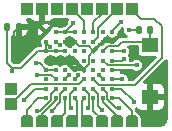
<source format=gbr>
%TF.GenerationSoftware,KiCad,Pcbnew,8.0.1-8.0.1-1~ubuntu22.04.1*%
%TF.CreationDate,2024-03-30T15:25:23+00:00*%
%TF.ProjectId,EMG_DAQ_ADS1298,454d475f-4441-4515-9f41-445331323938,v1.0*%
%TF.SameCoordinates,Original*%
%TF.FileFunction,Copper,L1,Top*%
%TF.FilePolarity,Positive*%
%FSLAX46Y46*%
G04 Gerber Fmt 4.6, Leading zero omitted, Abs format (unit mm)*
G04 Created by KiCad (PCBNEW 8.0.1-8.0.1-1~ubuntu22.04.1) date 2024-03-30 15:25:23*
%MOMM*%
%LPD*%
G01*
G04 APERTURE LIST*
G04 Aperture macros list*
%AMRoundRect*
0 Rectangle with rounded corners*
0 $1 Rounding radius*
0 $2 $3 $4 $5 $6 $7 $8 $9 X,Y pos of 4 corners*
0 Add a 4 corners polygon primitive as box body*
4,1,4,$2,$3,$4,$5,$6,$7,$8,$9,$2,$3,0*
0 Add four circle primitives for the rounded corners*
1,1,$1+$1,$2,$3*
1,1,$1+$1,$4,$5*
1,1,$1+$1,$6,$7*
1,1,$1+$1,$8,$9*
0 Add four rect primitives between the rounded corners*
20,1,$1+$1,$2,$3,$4,$5,0*
20,1,$1+$1,$4,$5,$6,$7,0*
20,1,$1+$1,$6,$7,$8,$9,0*
20,1,$1+$1,$8,$9,$2,$3,0*%
%AMFreePoly0*
4,1,13,0.345671,0.480970,0.426777,0.426777,0.480970,0.345671,0.500000,0.250000,0.500000,-0.500000,-0.500000,-0.500000,-0.500000,0.250000,-0.480970,0.345671,-0.426777,0.426777,-0.345671,0.480970,-0.250000,0.500000,0.250000,0.500000,0.345671,0.480970,0.345671,0.480970,$1*%
G04 Aperture macros list end*
%TA.AperFunction,ComponentPad*%
%ADD10R,1.000000X1.000000*%
%TD*%
%TA.AperFunction,SMDPad,CuDef*%
%ADD11R,1.360000X1.230000*%
%TD*%
%TA.AperFunction,SMDPad,CuDef*%
%ADD12FreePoly0,0.000000*%
%TD*%
%TA.AperFunction,SMDPad,CuDef*%
%ADD13C,0.370000*%
%TD*%
%TA.AperFunction,SMDPad,CuDef*%
%ADD14RoundRect,0.140000X0.140000X0.170000X-0.140000X0.170000X-0.140000X-0.170000X0.140000X-0.170000X0*%
%TD*%
%TA.AperFunction,SMDPad,CuDef*%
%ADD15RoundRect,0.140000X-0.140000X-0.170000X0.140000X-0.170000X0.140000X0.170000X-0.140000X0.170000X0*%
%TD*%
%TA.AperFunction,ViaPad*%
%ADD16C,0.400000*%
%TD*%
%TA.AperFunction,Conductor*%
%ADD17C,0.127000*%
%TD*%
G04 APERTURE END LIST*
D10*
%TO.P,J1,1,Pin_1*%
%TO.N,+3.3V*%
X-4445000Y10000000D03*
%TD*%
D11*
%TO.P,SW1,1,1*%
%TO.N,/RESET*%
X6000000Y6930000D03*
%TO.P,SW1,2,2*%
%TO.N,GND*%
X6000000Y2570000D03*
%TD*%
D10*
%TO.P,J5,1,Pin_1*%
%TO.N,/MOSI*%
X635000Y10000000D03*
%TD*%
D12*
%TO.P,J9,1,Pin_1*%
%TO.N,/in8+*%
X-4445000Y500001D03*
%TD*%
D13*
%TO.P,U2,A1,IN8P*%
%TO.N,/in8+*%
X-2800000Y2450000D03*
%TO.P,U2,A2,IN8N*%
%TO.N,/in8-*%
X-2800000Y3249999D03*
%TO.P,U2,A3,RLDIN*%
%TO.N,unconnected-(U2-RLDIN-PadA3)*%
X-2800000Y4050000D03*
%TO.P,U2,A4,AVDD*%
%TO.N,+3.3V*%
X-2800000Y4850000D03*
%TO.P,U2,A5,AVSS*%
%TO.N,GND*%
X-2800000Y5650000D03*
%TO.P,U2,A6,AVDD*%
%TO.N,+3.3VA*%
X-2800000Y6450000D03*
%TO.P,U2,A7,AVDD1*%
X-2800000Y7250001D03*
%TO.P,U2,A8,AVSS1*%
%TO.N,GND*%
X-2800000Y8050000D03*
%TO.P,U2,B1,IN7P*%
%TO.N,/in7+*%
X-2000001Y2450000D03*
%TO.P,U2,B2,IN7N*%
%TO.N,/in7-*%
X-2000000Y3250000D03*
%TO.P,U2,B3,RLDOUT*%
%TO.N,/BIAS_OUT*%
X-2000000Y4049999D03*
%TO.P,U2,B4,AVDD*%
%TO.N,+3.3V*%
X-2000000Y4850000D03*
%TO.P,U2,B5,AVSS*%
%TO.N,GND*%
X-2000000Y5650000D03*
%TO.P,U2,B6,AVDD*%
%TO.N,+3.3VA*%
X-2000000Y6450001D03*
%TO.P,U2,B7,VCAP3*%
%TO.N,/VCAP3*%
X-2000000Y7250000D03*
%TO.P,U2,B8,CLKSEL*%
%TO.N,+3.3V*%
X-2000001Y8050000D03*
%TO.P,U2,C1,IN6P*%
%TO.N,/in6+*%
X-1200000Y2450000D03*
%TO.P,U2,C2,IN6N*%
%TO.N,/in6-*%
X-1200001Y3250000D03*
%TO.P,U2,C3,RLDINV*%
%TO.N,/BIAS_INV*%
X-1200000Y4050000D03*
%TO.P,U2,C4,RLDREF*%
%TO.N,unconnected-(U2-RLDREF-PadC4)*%
X-1200000Y4850000D03*
%TO.P,U2,C5,AVSS*%
%TO.N,GND*%
X-1200000Y5650000D03*
%TO.P,U2,C6,AVDD*%
%TO.N,+3.3VA*%
X-1200000Y6450000D03*
%TO.P,U2,C7,DGND*%
%TO.N,GND*%
X-1200001Y7250000D03*
%TO.P,U2,C8,DVDD*%
%TO.N,+3.3V*%
X-1200000Y8050000D03*
%TO.P,U2,D1,IN5P*%
%TO.N,/in5+*%
X-400000Y2450000D03*
%TO.P,U2,D2,IN5N*%
%TO.N,/in5-*%
X-400000Y3250000D03*
%TO.P,U2,D3,WCT*%
%TO.N,/WCT*%
X-400000Y4050000D03*
%TO.P,U2,D4,AVSS*%
%TO.N,GND*%
X-400000Y4850000D03*
%TO.P,U2,D5,AVSS*%
X-400000Y5650000D03*
%TO.P,U2,D6,~{DRDY}*%
%TO.N,unconnected-(U2-~{DRDY}-PadD6)*%
X-400000Y6450000D03*
%TO.P,U2,D7,DGND*%
%TO.N,GND*%
X-400000Y7250000D03*
%TO.P,U2,D8,DVDD*%
%TO.N,+3.3V*%
X-400000Y8050000D03*
%TO.P,U2,E1,IN4P*%
%TO.N,/in4+*%
X400000Y2450000D03*
%TO.P,U2,E2,IN4N*%
%TO.N,/in4-*%
X400000Y3250000D03*
%TO.P,U2,E3,TESTP_PACE_OUT1*%
%TO.N,/Refp*%
X400000Y4050000D03*
%TO.P,U2,E4,RESV1*%
%TO.N,GND*%
X400000Y4850000D03*
%TO.P,U2,E5,GPIO4*%
%TO.N,unconnected-(U2-GPIO4-PadE5)*%
X400000Y5650000D03*
%TO.P,U2,E6,GPIO3*%
%TO.N,unconnected-(U2-GPIO3-PadE6)*%
X400000Y6450000D03*
%TO.P,U2,E7,GPIO2*%
%TO.N,unconnected-(U2-GPIO2-PadE7)*%
X400000Y7250000D03*
%TO.P,U2,E8,DOUT*%
%TO.N,/MISO*%
X400000Y8050000D03*
%TO.P,U2,F1,IN3P*%
%TO.N,/in3+*%
X1200000Y2450000D03*
%TO.P,U2,F2,IN3N*%
%TO.N,/in3-*%
X1200001Y3250000D03*
%TO.P,U2,F3,TESTN_PACE_OUT2*%
%TO.N,/extRef*%
X1200000Y4050000D03*
%TO.P,U2,F4,RESP_MODN*%
%TO.N,unconnected-(U2-RESP_MODN-PadF4)*%
X1200000Y4850000D03*
%TO.P,U2,F5,GPIO1*%
%TO.N,unconnected-(U2-GPIO1-PadF5)*%
X1200000Y5650000D03*
%TO.P,U2,F6,DAISY_IN*%
%TO.N,GND*%
X1200000Y6450000D03*
%TO.P,U2,F7,CS*%
%TO.N,/CSB*%
X1200001Y7250000D03*
%TO.P,U2,F8,SCLK*%
%TO.N,/SCLK*%
X1200000Y8050000D03*
%TO.P,U2,G1,IN2P*%
%TO.N,/in2+*%
X2000001Y2450000D03*
%TO.P,U2,G2,IN2N*%
%TO.N,/in2-*%
X2000000Y3250000D03*
%TO.P,U2,G3,VCAP4*%
%TO.N,/VCAP4*%
X2000000Y4049999D03*
%TO.P,U2,G4,RESP_MODP*%
%TO.N,unconnected-(U2-RESP_MODP-PadG4)*%
X2000000Y4850000D03*
%TO.P,U2,G5,~{PWDN}*%
%TO.N,+3.3V*%
X2000000Y5650000D03*
%TO.P,U2,G6,~{RESET}*%
%TO.N,/RESET*%
X2000000Y6450001D03*
%TO.P,U2,G7,START*%
%TO.N,GND*%
X2000000Y7250000D03*
%TO.P,U2,G8,CLK*%
%TO.N,unconnected-(U2-CLK-PadG8)*%
X2000001Y8050000D03*
%TO.P,U2,H1,IN1P*%
%TO.N,/in1+*%
X2800000Y2450000D03*
%TO.P,U2,H2,IN1N*%
%TO.N,/in1-*%
X2800000Y3249999D03*
%TO.P,U2,H3,VREFP*%
%TO.N,/VREFP*%
X2800000Y4050000D03*
%TO.P,U2,H4,VREFN*%
%TO.N,GND*%
X2800000Y4850000D03*
%TO.P,U2,H5,VCAP1*%
%TO.N,/VCAP1*%
X2800000Y5650000D03*
%TO.P,U2,H6,VCAP2*%
%TO.N,/VCAP2*%
X2800000Y6450000D03*
%TO.P,U2,H7,DGND*%
%TO.N,GND*%
X2800000Y7250001D03*
%TO.P,U2,H8,DIN*%
%TO.N,/MOSI*%
X2800000Y8050000D03*
%TD*%
D10*
%TO.P,J4,1,Pin_1*%
%TO.N,/MISO*%
X-635000Y10000000D03*
%TD*%
D12*
%TO.P,J16,1,Pin_1*%
%TO.N,/in1+*%
X4445000Y500000D03*
%TD*%
%TO.P,J11,1,Pin_1*%
%TO.N,/in6+*%
X-1905000Y500001D03*
%TD*%
D14*
%TO.P,R2,1*%
%TO.N,/RESET*%
X6030000Y8200000D03*
%TO.P,R2,2*%
%TO.N,+3.3V*%
X5070000Y8200000D03*
%TD*%
D10*
%TO.P,J8,1,Pin_1*%
%TO.N,/extRef*%
X4445000Y10000000D03*
%TD*%
D12*
%TO.P,J10,1,Pin_1*%
%TO.N,/in7+*%
X-3175000Y500001D03*
%TD*%
D10*
%TO.P,J7,1,Pin_1*%
%TO.N,/CSB*%
X3175000Y10000000D03*
%TD*%
D12*
%TO.P,J12,1,Pin_1*%
%TO.N,/in5+*%
X-635000Y500000D03*
%TD*%
%TO.P,J14,1,Pin_1*%
%TO.N,/in3+*%
X1905000Y500000D03*
%TD*%
%TO.P,J13,1,Pin_1*%
%TO.N,/in4+*%
X635000Y500000D03*
%TD*%
D10*
%TO.P,J25,1,Pin_1*%
%TO.N,/Refp*%
X-5800000Y2000000D03*
%TD*%
%TO.P,J26,1,Pin_1*%
%TO.N,/BIAS_OUT*%
X-5800000Y3270000D03*
%TD*%
%TO.P,J2,1,Pin_1*%
%TO.N,GND*%
X-3175000Y10000000D03*
%TD*%
D12*
%TO.P,J15,1,Pin_1*%
%TO.N,/in2+*%
X3175000Y500000D03*
%TD*%
D10*
%TO.P,J6,1,Pin_1*%
%TO.N,/SCLK*%
X1905000Y10000000D03*
%TD*%
%TO.P,J3,1,Pin_1*%
%TO.N,unconnected-(J3-Pin_1-Pad1)*%
X-1905000Y10000000D03*
%TD*%
D15*
%TO.P,C2,1*%
%TO.N,+3.3VA*%
X-6080000Y8500000D03*
%TO.P,C2,2*%
%TO.N,GND*%
X-5120000Y8500000D03*
%TD*%
D16*
%TO.N,+3.3V*%
X4850000Y5250000D03*
X-3650000Y5400000D03*
X4250000Y8200000D03*
X-500000Y8800000D03*
%TO.N,GND*%
X6000000Y2570000D03*
X-3400000Y7600000D03*
X-3650000Y8250000D03*
X-5530000Y7100000D03*
X-850000Y5350000D03*
X3650000Y4700000D03*
X-800000Y6850000D03*
%TO.N,+3.3VA*%
X-5700000Y4800000D03*
X-2450000Y6800000D03*
%TO.N,/MOSI*%
X3550000Y8900000D03*
%TO.N,/in7-*%
X-3600000Y1400000D03*
%TO.N,/in2-*%
X3400000Y1600000D03*
%TO.N,/in6-*%
X-2300000Y1400000D03*
%TO.N,/in1-*%
X4600000Y2100000D03*
%TO.N,/in8-*%
X-4700000Y2300000D03*
%TO.N,/in5-*%
X-700000Y1600000D03*
%TO.N,/in4-*%
X700000Y1600000D03*
%TO.N,/in3-*%
X1900000Y1500000D03*
%TO.N,/BIAS_OUT*%
X-3600000Y4450000D03*
%TO.N,/BIAS_INV*%
X-850000Y4400000D03*
%TO.N,/WCT*%
X-100000Y4400000D03*
%TO.N,/VCAP4*%
X1650000Y4399999D03*
%TO.N,/VCAP2*%
X3750000Y6450000D03*
%TO.N,/VREFP*%
X3650000Y4050000D03*
%TO.N,/VCAP1*%
X3750000Y5800000D03*
%TO.N,/VCAP3*%
X-1650000Y6950000D03*
%TD*%
D17*
%TO.N,/in8+*%
X-2800000Y2450000D02*
X-3450000Y2450000D01*
X-3450000Y2450000D02*
X-4445000Y1455000D01*
X-4445000Y1455000D02*
X-4445000Y500001D01*
%TO.N,/in7+*%
X-2000001Y2450000D02*
X-2000001Y2299999D01*
X-2000001Y2299999D02*
X-3175000Y1125000D01*
X-3175000Y1125000D02*
X-3175000Y500001D01*
%TO.N,/in6+*%
X-1200000Y2450000D02*
X-1200000Y1205001D01*
X-1200000Y1205001D02*
X-1905000Y500001D01*
%TO.N,/in5+*%
X-400000Y2450000D02*
X-200000Y2250000D01*
X-200000Y2250000D02*
X-200000Y935000D01*
X-200000Y935000D02*
X-635000Y500000D01*
%TO.N,/in1+*%
X2800000Y2450000D02*
X3350000Y2450000D01*
X3350000Y2450000D02*
X4445000Y1355000D01*
X4445000Y1355000D02*
X4445000Y500000D01*
%TO.N,/in2+*%
X2000001Y2450000D02*
X2000001Y2149999D01*
X3175000Y975000D02*
X3175000Y500000D01*
X2000001Y2149999D02*
X3175000Y975000D01*
%TO.N,/in4+*%
X400000Y2450000D02*
X200000Y2250000D01*
X200000Y2250000D02*
X200000Y935000D01*
X200000Y935000D02*
X635000Y500000D01*
X635000Y500000D02*
X635000Y86201D01*
%TO.N,+3.3V*%
X-400000Y8050000D02*
X-1200000Y8050000D01*
X2000000Y5650000D02*
X2400000Y5250000D01*
X-500000Y8800000D02*
X-500000Y8750000D01*
X2400000Y5250000D02*
X4850000Y5250000D01*
X-2000001Y8050000D02*
X-1200000Y8050000D01*
X4250000Y8200000D02*
X5070000Y8200000D01*
X-500000Y8750000D02*
X-1200000Y8050000D01*
X-2000000Y4850000D02*
X-2800000Y4850000D01*
X-3650000Y5400000D02*
X-3350000Y5400000D01*
X-3350000Y5400000D02*
X-2800000Y4850000D01*
%TO.N,GND*%
X400000Y4850000D02*
X400000Y4950000D01*
X800000Y5350000D02*
X800000Y6050000D01*
X2799999Y7250000D02*
X2800000Y7250001D01*
X-5120000Y8500000D02*
X-5530000Y8090000D01*
X800000Y6850000D02*
X1200000Y6450000D01*
X-5530000Y8090000D02*
X-5530000Y7100000D01*
X-3650000Y8250000D02*
X-3175000Y8725000D01*
X-400000Y7250000D02*
X0Y6850000D01*
X-3250000Y7600000D02*
X-2800000Y8050000D01*
X-550000Y5650000D02*
X-400000Y5650000D01*
X1200000Y6450000D02*
X2000000Y7250000D01*
X2000000Y7250000D02*
X2799999Y7250000D01*
X-850000Y5350000D02*
X-550000Y5650000D01*
X-1200000Y5650000D02*
X-400000Y5650000D01*
X-3175000Y8725000D02*
X-4800000Y7100000D01*
X400000Y4950000D02*
X800000Y5350000D01*
X-2800000Y5650000D02*
X-2000000Y5650000D01*
X-400000Y4850000D02*
X400000Y4850000D01*
X-850000Y5350000D02*
X-900000Y5350000D01*
X-1200001Y7250000D02*
X-400000Y7250000D01*
X-3400000Y7600000D02*
X-3250000Y7600000D01*
X-4800000Y7100000D02*
X-5530000Y7100000D01*
X800000Y6050000D02*
X1200000Y6450000D01*
X-2000000Y5650000D02*
X-1200000Y5650000D01*
X3650000Y4700000D02*
X3500000Y4850000D01*
X-3175000Y8725000D02*
X-3175000Y10000000D01*
X3500000Y4850000D02*
X2800000Y4850000D01*
X-900000Y5350000D02*
X-1200000Y5650000D01*
X-1200001Y7250000D02*
X-1200000Y7250000D01*
X0Y6850000D02*
X800000Y6850000D01*
X-1200000Y7250000D02*
X-800000Y6850000D01*
%TO.N,+3.3VA*%
X-1200001Y6450001D02*
X-1200000Y6450000D01*
X-5700000Y5050000D02*
X-6080000Y5430000D01*
X-2000000Y6450001D02*
X-1200001Y6450001D01*
X-5700000Y5050000D02*
X-4900000Y5050000D01*
X-5700000Y4800000D02*
X-5700000Y5050000D01*
X-2800000Y7250001D02*
X-2800000Y6450000D01*
X-2000001Y6450000D02*
X-2000000Y6450001D01*
X-2800000Y6450000D02*
X-2000001Y6450000D01*
X-2450000Y6800000D02*
X-2800000Y7150000D01*
X-4900000Y5050000D02*
X-3500000Y6450000D01*
X-6080000Y5430000D02*
X-6080000Y8500000D01*
X-2800000Y7150000D02*
X-2800000Y7250001D01*
X-3500000Y6450000D02*
X-2800000Y6450000D01*
%TO.N,/MISO*%
X400000Y8050000D02*
X400000Y8965000D01*
X400000Y8965000D02*
X-635000Y10000000D01*
%TO.N,/MOSI*%
X2800000Y8150000D02*
X2800000Y8050000D01*
X3550000Y8900000D02*
X2800000Y8150000D01*
%TO.N,/SCLK*%
X1200000Y8900000D02*
X1905000Y9605000D01*
X1200000Y8050000D02*
X1200000Y8900000D01*
X1905000Y9605000D02*
X1905000Y10000000D01*
%TO.N,/CSB*%
X1600000Y7649999D02*
X1600000Y8425000D01*
X1200001Y7250000D02*
X1600000Y7649999D01*
X1600000Y8425000D02*
X3175000Y10000000D01*
%TO.N,/extRef*%
X6339860Y9200000D02*
X5245000Y9200000D01*
X1200000Y4050000D02*
X1650000Y3600000D01*
X1650000Y3600000D02*
X4700000Y3600000D01*
X7000000Y5900000D02*
X7000000Y8539860D01*
X5245000Y9200000D02*
X4445000Y10000000D01*
X4700000Y3600000D02*
X7000000Y5900000D01*
X7000000Y8539860D02*
X6339860Y9200000D01*
%TO.N,/Refp*%
X400000Y4050000D02*
X0Y3650000D01*
X0Y3650000D02*
X-4100000Y3650000D01*
X-4100000Y3650000D02*
X-5750000Y2000000D01*
X-5750000Y2000000D02*
X-5800000Y2000000D01*
%TO.N,/in7-*%
X-3300000Y1400000D02*
X-2400000Y2300000D01*
X-3600000Y1400000D02*
X-3300000Y1400000D01*
X-2400000Y2300000D02*
X-2400000Y2850000D01*
X-2400000Y2850000D02*
X-2000000Y3250000D01*
%TO.N,/in2-*%
X2351201Y2402127D02*
X2351201Y2898799D01*
X2351201Y2898799D02*
X2000000Y3250000D01*
X3153328Y1600000D02*
X2351201Y2402127D01*
X3400000Y1600000D02*
X3153328Y1600000D01*
%TO.N,/in6-*%
X-1600000Y2850001D02*
X-1200001Y3250000D01*
X-1600000Y2100000D02*
X-1600000Y2850001D01*
X-2300000Y1400000D02*
X-1600000Y2100000D01*
%TO.N,/in3+*%
X1905000Y695000D02*
X1905000Y86201D01*
X1200000Y2450000D02*
X1200000Y1400000D01*
X1200000Y1400000D02*
X1905000Y695000D01*
%TO.N,/in1-*%
X4600000Y2200000D02*
X3550001Y3249999D01*
X3550001Y3249999D02*
X2800000Y3249999D01*
X4600000Y2100000D02*
X4600000Y2200000D01*
%TO.N,/in8-*%
X-4700000Y2300000D02*
X-3750001Y3249999D01*
X-3750001Y3249999D02*
X-2800000Y3249999D01*
%TO.N,/in5-*%
X-800000Y1700000D02*
X-800000Y2850000D01*
X-800000Y2850000D02*
X-400000Y3250000D01*
X-700000Y1600000D02*
X-800000Y1700000D01*
%TO.N,/in4-*%
X700000Y1600000D02*
X800000Y1700000D01*
X800000Y1700000D02*
X800000Y2850000D01*
X800000Y2850000D02*
X400000Y3250000D01*
%TO.N,/in3-*%
X1900000Y1500000D02*
X1600000Y1800000D01*
X1600000Y1800000D02*
X1600000Y2850001D01*
X1600000Y2850001D02*
X1200001Y3250000D01*
%TO.N,/BIAS_OUT*%
X-2400001Y4450000D02*
X-2000000Y4049999D01*
X-3600000Y4450000D02*
X-2400001Y4450000D01*
%TO.N,/BIAS_INV*%
X-850000Y4400000D02*
X-1200000Y4050000D01*
%TO.N,/WCT*%
X-100000Y4400000D02*
X-100000Y4350000D01*
X-100000Y4350000D02*
X-400000Y4050000D01*
%TO.N,/VCAP4*%
X1650000Y4399999D02*
X2000000Y4049999D01*
%TO.N,/VCAP2*%
X3750000Y6450000D02*
X2800000Y6450000D01*
%TO.N,/VREFP*%
X3650000Y4050000D02*
X2800000Y4050000D01*
%TO.N,/VCAP1*%
X3600000Y5650000D02*
X2800000Y5650000D01*
X3750000Y5800000D02*
X3600000Y5650000D01*
%TO.N,/RESET*%
X3250000Y6850000D02*
X3650000Y7250000D01*
X5680000Y7250000D02*
X6000000Y6930000D01*
X2399999Y6850000D02*
X3250000Y6850000D01*
X2000000Y6450001D02*
X2399999Y6850000D01*
X6030000Y6960000D02*
X6000000Y6930000D01*
X3650000Y7250000D02*
X5680000Y7250000D01*
X6030000Y8200000D02*
X6030000Y6960000D01*
%TO.N,/VCAP3*%
X-1950000Y7250000D02*
X-2000000Y7250000D01*
X-1650000Y6950000D02*
X-1950000Y7250000D01*
%TD*%
%TA.AperFunction,Conductor*%
%TO.N,GND*%
G36*
X7442150Y5754538D02*
G01*
X7482679Y5697624D01*
X7489500Y5657066D01*
X7489500Y756094D01*
X7488903Y743940D01*
X7476488Y617888D01*
X7471746Y594047D01*
X7436753Y478691D01*
X7427450Y456233D01*
X7370629Y349928D01*
X7357124Y329716D01*
X7280653Y236536D01*
X7263465Y219348D01*
X7170284Y142876D01*
X7150072Y129371D01*
X7043768Y72550D01*
X7021310Y63247D01*
X6905954Y28254D01*
X6882113Y23512D01*
X6756072Y11098D01*
X6743918Y10501D01*
X5324500Y10501D01*
X5257461Y30186D01*
X5211706Y82990D01*
X5200500Y134501D01*
X5200500Y437096D01*
X5201762Y454742D01*
X5201976Y456233D01*
X5203041Y463638D01*
X5203041Y536362D01*
X5201762Y545260D01*
X5200500Y562904D01*
X5200500Y749999D01*
X5195592Y799832D01*
X5195592Y799833D01*
X5195591Y799845D01*
X5176561Y895516D01*
X5138411Y987619D01*
X5084218Y1068725D01*
X5084217Y1068726D01*
X5084216Y1068728D01*
X5013727Y1139217D01*
X4932622Y1193409D01*
X4932621Y1193410D01*
X4932619Y1193411D01*
X4894909Y1209031D01*
X4835547Y1233620D01*
X4781143Y1277462D01*
X4759079Y1343756D01*
X4759000Y1348181D01*
X4759000Y1396338D01*
X4757412Y1402263D01*
X4737601Y1476199D01*
X4737364Y1476609D01*
X4736095Y1478809D01*
X4736095Y1478810D01*
X4720333Y1506110D01*
X4703860Y1574011D01*
X4726713Y1640038D01*
X4781634Y1683228D01*
X4792764Y1687081D01*
X4794755Y1687666D01*
X4864624Y1687678D01*
X4923409Y1649915D01*
X4928977Y1643007D01*
X4962812Y1597810D01*
X5077906Y1511650D01*
X5077913Y1511646D01*
X5212620Y1461404D01*
X5212627Y1461402D01*
X5272155Y1455001D01*
X5272172Y1455000D01*
X5750000Y1455000D01*
X5750000Y2320000D01*
X6250000Y2320000D01*
X6250000Y1455000D01*
X6727828Y1455000D01*
X6727844Y1455001D01*
X6787372Y1461402D01*
X6787379Y1461404D01*
X6922086Y1511646D01*
X6922093Y1511650D01*
X7037187Y1597810D01*
X7037190Y1597813D01*
X7123350Y1712907D01*
X7123354Y1712914D01*
X7173596Y1847621D01*
X7173598Y1847628D01*
X7179999Y1907156D01*
X7180000Y1907173D01*
X7180000Y2320000D01*
X6250000Y2320000D01*
X5750000Y2320000D01*
X5750000Y3685000D01*
X6250000Y3685000D01*
X6250000Y2820000D01*
X7180000Y2820000D01*
X7180000Y3232828D01*
X7179999Y3232845D01*
X7173598Y3292373D01*
X7173596Y3292380D01*
X7123354Y3427087D01*
X7123350Y3427094D01*
X7037190Y3542188D01*
X7037187Y3542191D01*
X6922093Y3628351D01*
X6922086Y3628355D01*
X6787379Y3678597D01*
X6787372Y3678599D01*
X6727844Y3685000D01*
X6250000Y3685000D01*
X5750000Y3685000D01*
X5528424Y3685000D01*
X5461385Y3704685D01*
X5415630Y3757489D01*
X5405686Y3826647D01*
X5434711Y3890203D01*
X5440729Y3896667D01*
X7251262Y5707199D01*
X7258112Y5719065D01*
X7308678Y5767281D01*
X7377285Y5780505D01*
X7442150Y5754538D01*
G37*
%TD.AperFunction*%
%TA.AperFunction,Conductor*%
G36*
X5012539Y6916315D02*
G01*
X5058294Y6863511D01*
X5069500Y6812000D01*
X5069500Y6290322D01*
X5084032Y6217265D01*
X5084033Y6217261D01*
X5092936Y6203937D01*
X5139399Y6134399D01*
X5212583Y6085500D01*
X5222260Y6079034D01*
X5222264Y6079033D01*
X5295321Y6064501D01*
X5295324Y6064500D01*
X5295326Y6064500D01*
X6421075Y6064500D01*
X6488114Y6044815D01*
X6533869Y5992011D01*
X6543813Y5922853D01*
X6514788Y5859297D01*
X6508756Y5852819D01*
X4606256Y3950319D01*
X4544933Y3916834D01*
X4518575Y3914000D01*
X4228683Y3914000D01*
X4161644Y3933685D01*
X4115889Y3986489D01*
X4108031Y4041131D01*
X4105133Y4041131D01*
X4105133Y4050000D01*
X4086697Y4178226D01*
X4036624Y4287869D01*
X4032882Y4296063D01*
X3948049Y4393967D01*
X3839069Y4464004D01*
X3839065Y4464006D01*
X3839064Y4464006D01*
X3714774Y4500500D01*
X3714772Y4500500D01*
X3585228Y4500500D01*
X3579705Y4500500D01*
X3512666Y4520185D01*
X3466911Y4572989D01*
X3456967Y4642147D01*
X3463763Y4668471D01*
X3469978Y4684862D01*
X3469980Y4684867D01*
X3487232Y4826947D01*
X3514854Y4891125D01*
X3572788Y4930181D01*
X3610328Y4936000D01*
X4471117Y4936000D01*
X4538156Y4916315D01*
X4551535Y4906301D01*
X4551949Y4906035D01*
X4551951Y4906033D01*
X4660931Y4835996D01*
X4785225Y4799501D01*
X4785227Y4799500D01*
X4785228Y4799500D01*
X4914773Y4799500D01*
X4914773Y4799501D01*
X5039069Y4835996D01*
X5148049Y4906033D01*
X5232882Y5003937D01*
X5286697Y5121774D01*
X5305133Y5250000D01*
X5286697Y5378226D01*
X5232882Y5496063D01*
X5148049Y5593967D01*
X5039069Y5664004D01*
X5039065Y5664006D01*
X5039064Y5664006D01*
X4914774Y5700500D01*
X4914772Y5700500D01*
X4785228Y5700500D01*
X4785226Y5700500D01*
X4660935Y5664006D01*
X4660932Y5664005D01*
X4660931Y5664004D01*
X4639139Y5649999D01*
X4544490Y5589172D01*
X4543725Y5590362D01*
X4488759Y5565261D01*
X4471117Y5564000D01*
X4314305Y5564000D01*
X4247266Y5583685D01*
X4201511Y5636489D01*
X4191567Y5705647D01*
X4196173Y5737682D01*
X4205133Y5800000D01*
X4186697Y5928226D01*
X4132882Y6046063D01*
X4132879Y6046066D01*
X4128087Y6053524D01*
X4129877Y6054675D01*
X4105821Y6107348D01*
X4115762Y6176507D01*
X4128446Y6196246D01*
X4128087Y6196476D01*
X4132877Y6203932D01*
X4132882Y6203937D01*
X4186697Y6321774D01*
X4205133Y6450000D01*
X4186697Y6578226D01*
X4132882Y6696063D01*
X4132880Y6696065D01*
X4132879Y6696068D01*
X4102785Y6730798D01*
X4073760Y6794354D01*
X4083704Y6863512D01*
X4129459Y6916316D01*
X4196498Y6936000D01*
X4945500Y6936000D01*
X5012539Y6916315D01*
G37*
%TD.AperFunction*%
%TA.AperFunction,Conductor*%
G36*
X-706289Y6138451D02*
G01*
X-688124Y6117487D01*
X-688122Y6117486D01*
X-688120Y6117484D01*
X-582780Y6049786D01*
X-582778Y6049786D01*
X-582773Y6049782D01*
X-549971Y6040151D01*
X-497227Y6008856D01*
X-400000Y5911630D01*
X-44485Y5556115D01*
X-19372Y5519946D01*
X29866Y5412132D01*
X29867Y5412130D01*
X111876Y5317487D01*
X111877Y5317486D01*
X111880Y5317484D01*
X217220Y5249786D01*
X217222Y5249786D01*
X217227Y5249782D01*
X250029Y5240151D01*
X302773Y5208856D01*
X400000Y5111630D01*
X573948Y4937682D01*
X607433Y4876359D01*
X602449Y4806667D01*
X573949Y4762320D01*
X458213Y4646583D01*
X396890Y4613098D01*
X327198Y4618082D01*
X276817Y4653062D01*
X274999Y4655160D01*
X198049Y4743967D01*
X198048Y4743968D01*
X195328Y4745716D01*
X193209Y4748162D01*
X191348Y4749774D01*
X191579Y4750042D01*
X149574Y4798521D01*
X138378Y4849991D01*
X0Y4988371D01*
X-104310Y4884062D01*
X-157056Y4852767D01*
X-289066Y4814006D01*
X-405510Y4739172D01*
X-407064Y4741590D01*
X-457376Y4718624D01*
X-526533Y4728580D01*
X-544062Y4739846D01*
X-544493Y4739174D01*
X-550944Y4743320D01*
X-571583Y4759953D01*
X-644188Y4832558D01*
X-644189Y4832560D01*
X-755517Y4943887D01*
X-780630Y4980057D01*
X-800000Y5022471D01*
X-829867Y5087870D01*
X-911876Y5182513D01*
X-911877Y5182514D01*
X-911878Y5182515D01*
X-911881Y5182517D01*
X-1016888Y5250001D01*
X-538371Y5250001D01*
X-400000Y5111630D01*
X-261630Y5249999D01*
X-261630Y5250000D01*
X-400000Y5388371D01*
X-538371Y5250001D01*
X-1016888Y5250001D01*
X-1017221Y5250215D01*
X-1017226Y5250217D01*
X-1017227Y5250218D01*
X-1017230Y5250219D01*
X-1050033Y5259852D01*
X-1102775Y5291147D01*
X-1199999Y5388371D01*
X-1200001Y5388371D01*
X-1297228Y5291146D01*
X-1349968Y5259852D01*
X-1382772Y5250219D01*
X-1382779Y5250216D01*
X-1488120Y5182517D01*
X-1488128Y5182511D01*
X-1506289Y5161551D01*
X-1565067Y5123777D01*
X-1634937Y5123779D01*
X-1693711Y5161551D01*
X-1711873Y5182511D01*
X-1711881Y5182517D01*
X-1817221Y5250215D01*
X-1817226Y5250217D01*
X-1817227Y5250218D01*
X-1817230Y5250219D01*
X-1850033Y5259852D01*
X-1902775Y5291147D01*
X-1999999Y5388371D01*
X-2000001Y5388371D01*
X-2097228Y5291146D01*
X-2149968Y5259852D01*
X-2182772Y5250219D01*
X-2182773Y5250218D01*
X-2286302Y5183684D01*
X-2353341Y5164000D01*
X-2446659Y5164000D01*
X-2513698Y5183684D01*
X-2530918Y5194751D01*
X-2617227Y5250218D01*
X-2617230Y5250219D01*
X-2650034Y5259852D01*
X-2702776Y5291147D01*
X-2973949Y5562320D01*
X-3007434Y5623643D01*
X-3005549Y5650001D01*
X-2538371Y5650001D01*
X-2400000Y5511630D01*
X-2261630Y5649999D01*
X-2261630Y5650000D01*
X-2261631Y5650001D01*
X-1738371Y5650001D01*
X-1600000Y5511630D01*
X-1461630Y5649999D01*
X-1461630Y5650000D01*
X-1461631Y5650001D01*
X-938371Y5650001D01*
X-800000Y5511630D01*
X-661630Y5649999D01*
X-661630Y5650000D01*
X-800000Y5788371D01*
X-938371Y5650001D01*
X-1461631Y5650001D01*
X-1600000Y5788371D01*
X-1738371Y5650001D01*
X-2261631Y5650001D01*
X-2400000Y5788371D01*
X-2538371Y5650001D01*
X-3005549Y5650001D01*
X-3002450Y5693335D01*
X-2973949Y5737682D01*
X-2800001Y5911630D01*
X-2702777Y6008855D01*
X-2650029Y6040151D01*
X-2617227Y6049782D01*
X-2513698Y6116316D01*
X-2446659Y6136000D01*
X-2353339Y6136000D01*
X-2286301Y6116317D01*
X-2182773Y6049783D01*
X-2149975Y6040153D01*
X-2097227Y6008857D01*
X-2000001Y5911631D01*
X-1902775Y6008856D01*
X-1850027Y6040152D01*
X-1850020Y6040154D01*
X-1817227Y6049783D01*
X-1713698Y6116317D01*
X-1646659Y6136001D01*
X-1553342Y6136001D01*
X-1486303Y6116316D01*
X-1486302Y6116316D01*
X-1382773Y6049782D01*
X-1349971Y6040151D01*
X-1297227Y6008856D01*
X-1200001Y5911631D01*
X-1102777Y6008855D01*
X-1050029Y6040151D01*
X-1017227Y6049782D01*
X-1017220Y6049786D01*
X-911881Y6117484D01*
X-911882Y6117484D01*
X-911876Y6117487D01*
X-893712Y6138451D01*
X-834935Y6176223D01*
X-765065Y6176223D01*
X-706289Y6138451D01*
G37*
%TD.AperFunction*%
%TA.AperFunction,Conductor*%
G36*
X-2925000Y9000000D02*
G01*
X-2627172Y9000000D01*
X-2627156Y9000001D01*
X-2567628Y9006402D01*
X-2567621Y9006404D01*
X-2432914Y9056646D01*
X-2432907Y9056650D01*
X-2317815Y9142809D01*
X-2317810Y9142814D01*
X-2275141Y9199811D01*
X-2219207Y9241682D01*
X-2175874Y9249500D01*
X-1380324Y9249500D01*
X-1380323Y9249501D01*
X-1363281Y9252891D01*
X-1295281Y9266416D01*
X-1294459Y9262280D01*
X-1248032Y9267290D01*
X-1244738Y9266323D01*
X-1244719Y9266416D01*
X-1159679Y9249501D01*
X-1159676Y9249500D01*
X-1159674Y9249500D01*
X-978125Y9249500D01*
X-911086Y9229815D01*
X-865331Y9177011D01*
X-855387Y9107853D01*
X-879720Y9054573D01*
X-878087Y9053524D01*
X-882883Y9046062D01*
X-936698Y8928226D01*
X-955133Y8800000D01*
X-955133Y8791133D01*
X-958709Y8791133D01*
X-966270Y8738807D01*
X-991347Y8702718D01*
X-1172246Y8521818D01*
X-1233566Y8488334D01*
X-1259925Y8485500D01*
X-1262616Y8485500D01*
X-1382773Y8450218D01*
X-1382775Y8450217D01*
X-1486302Y8383684D01*
X-1553341Y8364000D01*
X-1646660Y8364000D01*
X-1713699Y8383684D01*
X-1810763Y8446063D01*
X-1817228Y8450218D01*
X-1877307Y8467859D01*
X-1937385Y8485500D01*
X-1937386Y8485500D01*
X-2062616Y8485500D01*
X-2062617Y8485500D01*
X-2182774Y8450218D01*
X-2182781Y8450215D01*
X-2288121Y8382517D01*
X-2288124Y8382515D01*
X-2370134Y8287870D01*
X-2370135Y8287869D01*
X-2419371Y8180058D01*
X-2444483Y8143889D01*
X-2574689Y8013682D01*
X-2574690Y8013681D01*
X-2897224Y7691148D01*
X-2949966Y7659853D01*
X-2982771Y7650220D01*
X-2982780Y7650216D01*
X-3088120Y7582518D01*
X-3088123Y7582516D01*
X-3170133Y7487871D01*
X-3170134Y7487870D01*
X-3222156Y7373961D01*
X-3222157Y7373957D01*
X-3239978Y7250001D01*
X-3222157Y7126046D01*
X-3222156Y7126042D01*
X-3179053Y7031662D01*
X-3170133Y7012131D01*
X-3144288Y6982305D01*
X-3115263Y6918752D01*
X-3114000Y6901102D01*
X-3114000Y6888000D01*
X-3133685Y6820961D01*
X-3186489Y6775206D01*
X-3238000Y6764000D01*
X-3541342Y6764000D01*
X-3604319Y6747126D01*
X-3604324Y6747124D01*
X-3619416Y6743080D01*
X-3621204Y6742600D01*
X-3692797Y6701266D01*
X-3692802Y6701262D01*
X-4993744Y5400319D01*
X-5055067Y5366834D01*
X-5081425Y5364000D01*
X-5518574Y5364000D01*
X-5585613Y5383685D01*
X-5606255Y5400319D01*
X-5729681Y5523745D01*
X-5763166Y5585068D01*
X-5766000Y5611426D01*
X-5766000Y7668308D01*
X-5746315Y7735347D01*
X-5693511Y7781102D01*
X-5624353Y7791046D01*
X-5578878Y7775040D01*
X-5516194Y7737968D01*
X-5370000Y7695496D01*
X-5370000Y8250000D01*
X-4870000Y8250000D01*
X-4870000Y7695497D01*
X-4723805Y7737969D01*
X-4584626Y7820279D01*
X-4584617Y7820286D01*
X-4470286Y7934617D01*
X-4470279Y7934626D01*
X-4402047Y8050000D01*
X-3490031Y8050000D01*
X-3469981Y7884868D01*
X-3469980Y7884862D01*
X-3410994Y7729330D01*
X-3410991Y7729326D01*
X-3399276Y7712354D01*
X-3061630Y8049999D01*
X-3061630Y8050001D01*
X-3399276Y8387647D01*
X-3410992Y8370673D01*
X-3469980Y8215136D01*
X-3469981Y8215133D01*
X-3490031Y8050001D01*
X-3490031Y8050000D01*
X-4402047Y8050000D01*
X-4387969Y8073805D01*
X-4387967Y8073810D01*
X-4342856Y8229082D01*
X-4342855Y8229088D01*
X-4341210Y8250000D01*
X-4870000Y8250000D01*
X-5370000Y8250000D01*
X-5370000Y8626000D01*
X-5363719Y8647391D01*
X-3135763Y8647391D01*
X-2800000Y8311630D01*
X-2799999Y8311630D01*
X-2464239Y8647391D01*
X-2555314Y8695191D01*
X-2716825Y8735000D01*
X-2883175Y8735000D01*
X-3044687Y8695191D01*
X-3135763Y8647391D01*
X-5363719Y8647391D01*
X-5350315Y8693039D01*
X-5297511Y8738794D01*
X-5246000Y8750000D01*
X-4341210Y8750000D01*
X-4342855Y8770911D01*
X-4387969Y8926196D01*
X-4468507Y9062379D01*
X-4485690Y9130103D01*
X-4463530Y9196366D01*
X-4409064Y9240129D01*
X-4361775Y9249500D01*
X-4174126Y9249500D01*
X-4107087Y9229815D01*
X-4074859Y9199811D01*
X-4032191Y9142814D01*
X-4032186Y9142809D01*
X-3917094Y9056650D01*
X-3917087Y9056646D01*
X-3782380Y9006404D01*
X-3782373Y9006402D01*
X-3722845Y9000001D01*
X-3722828Y9000000D01*
X-3425000Y9000000D01*
X-3425000Y9790382D01*
X-3374554Y9739936D01*
X-3300445Y9697149D01*
X-3217787Y9675000D01*
X-3132213Y9675000D01*
X-3049555Y9697149D01*
X-2975446Y9739936D01*
X-2925000Y9790382D01*
X-2925000Y9000000D01*
G37*
%TD.AperFunction*%
%TA.AperFunction,Conductor*%
G36*
X3783774Y8423575D02*
G01*
X3812799Y8360020D01*
X3812799Y8324726D01*
X3794867Y8200001D01*
X3813302Y8071775D01*
X3841450Y8010141D01*
X3867118Y7953937D01*
X3951951Y7856033D01*
X4051099Y7792315D01*
X4096853Y7739512D01*
X4106797Y7670354D01*
X4077772Y7606798D01*
X4018994Y7569023D01*
X3984059Y7564000D01*
X3608661Y7564000D01*
X3545419Y7547054D01*
X3536407Y7544639D01*
X3530200Y7542976D01*
X3460350Y7544639D01*
X3402487Y7583801D01*
X3399602Y7587619D01*
X3399275Y7587649D01*
X3025318Y7213692D01*
X3025310Y7213681D01*
X3011948Y7200319D01*
X2950625Y7166834D01*
X2924267Y7164000D01*
X2662370Y7164000D01*
X2595331Y7183685D01*
X2549576Y7236489D01*
X2548935Y7239436D01*
X2400000Y7388372D01*
X2261629Y7250000D01*
X2261629Y7204179D01*
X2241944Y7137140D01*
X2213119Y7105806D01*
X2207203Y7101267D01*
X2130625Y7024689D01*
X2069301Y6991205D01*
X2042944Y6988371D01*
X2000001Y6988371D01*
X1902776Y6891147D01*
X1850034Y6859853D01*
X1817229Y6850220D01*
X1817220Y6850216D01*
X1711880Y6782518D01*
X1711877Y6782516D01*
X1629867Y6687871D01*
X1629866Y6687870D01*
X1580630Y6580059D01*
X1555517Y6543890D01*
X1287680Y6276052D01*
X1226357Y6242567D01*
X1156666Y6247551D01*
X1112318Y6276052D01*
X1026050Y6362320D01*
X992565Y6423643D01*
X997549Y6493335D01*
X1026050Y6537682D01*
X1297223Y6808855D01*
X1349968Y6840150D01*
X1382774Y6849782D01*
X1488125Y6917487D01*
X1570134Y7012130D01*
X1619374Y7119951D01*
X1644485Y7156116D01*
X1999999Y7511630D01*
X2097223Y7608855D01*
X2149970Y7640150D01*
X2182774Y7649782D01*
X2288125Y7717487D01*
X2306289Y7738450D01*
X2365063Y7776222D01*
X2434932Y7776224D01*
X2493709Y7738452D01*
X2511876Y7717487D01*
X2511878Y7717486D01*
X2511880Y7717484D01*
X2617224Y7649783D01*
X2617227Y7649782D01*
X2650028Y7640151D01*
X2702776Y7608855D01*
X2799999Y7511632D01*
X2897222Y7608855D01*
X2949969Y7640150D01*
X2982773Y7649782D01*
X3088124Y7717487D01*
X3170133Y7812130D01*
X3222156Y7926044D01*
X3239978Y8050000D01*
X3236754Y8072423D01*
X3246697Y8141580D01*
X3271806Y8177745D01*
X3507245Y8413184D01*
X3568567Y8446666D01*
X3594925Y8449500D01*
X3614771Y8449500D01*
X3614772Y8449500D01*
X3655127Y8461349D01*
X3724995Y8461349D01*
X3783774Y8423575D01*
G37*
%TD.AperFunction*%
%TA.AperFunction,Conductor*%
G36*
X-686302Y7716316D02*
G01*
X-582773Y7649782D01*
X-549971Y7640151D01*
X-497227Y7608856D01*
X-400001Y7511631D01*
X-226052Y7337682D01*
X-192567Y7276359D01*
X-197551Y7206667D01*
X-226052Y7162320D01*
X-497226Y6891147D01*
X-549968Y6859852D01*
X-582771Y6850220D01*
X-582779Y6850216D01*
X-688120Y6782517D01*
X-688128Y6782511D01*
X-706289Y6761551D01*
X-765067Y6723777D01*
X-834937Y6723779D01*
X-893711Y6761551D01*
X-911873Y6782511D01*
X-911881Y6782517D01*
X-1017221Y6850215D01*
X-1017225Y6850217D01*
X-1017227Y6850218D01*
X-1017232Y6850220D01*
X-1017233Y6850220D01*
X-1050034Y6859852D01*
X-1102778Y6891147D01*
X-1171266Y6959635D01*
X-1204751Y7020958D01*
X-1206319Y7029646D01*
X-1213303Y7078226D01*
X-1223826Y7101267D01*
X-1240208Y7137140D01*
X-1267118Y7196063D01*
X-1306858Y7241927D01*
X-1310545Y7250000D01*
X-938372Y7250000D01*
X-800001Y7111629D01*
X-661630Y7250000D01*
X-800001Y7388372D01*
X-938372Y7250000D01*
X-1310545Y7250000D01*
X-1335882Y7305480D01*
X-1325938Y7374638D01*
X-1300824Y7410809D01*
X-1200002Y7511630D01*
X-1102778Y7608855D01*
X-1050031Y7640150D01*
X-1017227Y7649782D01*
X-913698Y7716316D01*
X-846659Y7736000D01*
X-753341Y7736000D01*
X-686302Y7716316D01*
G37*
%TD.AperFunction*%
%TD*%
M02*

</source>
